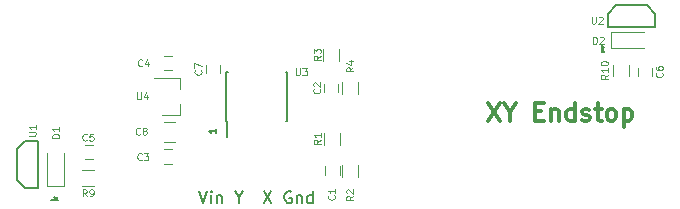
<source format=gbr>
G04 #@! TF.GenerationSoftware,KiCad,Pcbnew,(5.1.5)-3*
G04 #@! TF.CreationDate,2020-05-08T15:22:29-04:00*
G04 #@! TF.ProjectId,MZBOT_XY-Endstop,4d5a424f-545f-4585-992d-456e6473746f,A*
G04 #@! TF.SameCoordinates,Original*
G04 #@! TF.FileFunction,Legend,Top*
G04 #@! TF.FilePolarity,Positive*
%FSLAX46Y46*%
G04 Gerber Fmt 4.6, Leading zero omitted, Abs format (unit mm)*
G04 Created by KiCad (PCBNEW (5.1.5)-3) date 2020-05-08 15:22:29*
%MOMM*%
%LPD*%
G04 APERTURE LIST*
%ADD10C,0.150000*%
%ADD11C,0.300000*%
%ADD12C,0.120000*%
G04 APERTURE END LIST*
D10*
X137942857Y-109252380D02*
X138276190Y-110252380D01*
X138609523Y-109252380D01*
X138942857Y-110252380D02*
X138942857Y-109585714D01*
X138942857Y-109252380D02*
X138895238Y-109300000D01*
X138942857Y-109347619D01*
X138990476Y-109300000D01*
X138942857Y-109252380D01*
X138942857Y-109347619D01*
X139419047Y-109585714D02*
X139419047Y-110252380D01*
X139419047Y-109680952D02*
X139466666Y-109633333D01*
X139561904Y-109585714D01*
X139704761Y-109585714D01*
X139800000Y-109633333D01*
X139847619Y-109728571D01*
X139847619Y-110252380D01*
X141276190Y-109776190D02*
X141276190Y-110252380D01*
X140942857Y-109252380D02*
X141276190Y-109776190D01*
X141609523Y-109252380D01*
X143371428Y-109252380D02*
X144038095Y-110252380D01*
X144038095Y-109252380D02*
X143371428Y-110252380D01*
X145704761Y-109300000D02*
X145609523Y-109252380D01*
X145466666Y-109252380D01*
X145323809Y-109300000D01*
X145228571Y-109395238D01*
X145180952Y-109490476D01*
X145133333Y-109680952D01*
X145133333Y-109823809D01*
X145180952Y-110014285D01*
X145228571Y-110109523D01*
X145323809Y-110204761D01*
X145466666Y-110252380D01*
X145561904Y-110252380D01*
X145704761Y-110204761D01*
X145752380Y-110157142D01*
X145752380Y-109823809D01*
X145561904Y-109823809D01*
X146180952Y-109585714D02*
X146180952Y-110252380D01*
X146180952Y-109680952D02*
X146228571Y-109633333D01*
X146323809Y-109585714D01*
X146466666Y-109585714D01*
X146561904Y-109633333D01*
X146609523Y-109728571D01*
X146609523Y-110252380D01*
X147514285Y-110252380D02*
X147514285Y-109252380D01*
X147514285Y-110204761D02*
X147419047Y-110252380D01*
X147228571Y-110252380D01*
X147133333Y-110204761D01*
X147085714Y-110157142D01*
X147038095Y-110061904D01*
X147038095Y-109776190D01*
X147085714Y-109680952D01*
X147133333Y-109633333D01*
X147228571Y-109585714D01*
X147419047Y-109585714D01*
X147514285Y-109633333D01*
X139336428Y-103968571D02*
X139336428Y-104311428D01*
X139336428Y-104140000D02*
X138736428Y-104140000D01*
X138822142Y-104197142D01*
X138879285Y-104254285D01*
X138907857Y-104311428D01*
X171985000Y-97426428D02*
X171985000Y-96826428D01*
X172042142Y-97197857D02*
X172213571Y-97426428D01*
X172213571Y-97026428D02*
X171985000Y-97255000D01*
X126001428Y-109955000D02*
X125401428Y-109955000D01*
X125772857Y-109897857D02*
X126001428Y-109726428D01*
X125601428Y-109726428D02*
X125830000Y-109955000D01*
D11*
X162357142Y-101778571D02*
X163357142Y-103278571D01*
X163357142Y-101778571D02*
X162357142Y-103278571D01*
X164214285Y-102564285D02*
X164214285Y-103278571D01*
X163714285Y-101778571D02*
X164214285Y-102564285D01*
X164714285Y-101778571D01*
X166357142Y-102492857D02*
X166857142Y-102492857D01*
X167071428Y-103278571D02*
X166357142Y-103278571D01*
X166357142Y-101778571D01*
X167071428Y-101778571D01*
X167714285Y-102278571D02*
X167714285Y-103278571D01*
X167714285Y-102421428D02*
X167785714Y-102350000D01*
X167928571Y-102278571D01*
X168142857Y-102278571D01*
X168285714Y-102350000D01*
X168357142Y-102492857D01*
X168357142Y-103278571D01*
X169714285Y-103278571D02*
X169714285Y-101778571D01*
X169714285Y-103207142D02*
X169571428Y-103278571D01*
X169285714Y-103278571D01*
X169142857Y-103207142D01*
X169071428Y-103135714D01*
X169000000Y-102992857D01*
X169000000Y-102564285D01*
X169071428Y-102421428D01*
X169142857Y-102350000D01*
X169285714Y-102278571D01*
X169571428Y-102278571D01*
X169714285Y-102350000D01*
X170357142Y-103207142D02*
X170500000Y-103278571D01*
X170785714Y-103278571D01*
X170928571Y-103207142D01*
X171000000Y-103064285D01*
X171000000Y-102992857D01*
X170928571Y-102850000D01*
X170785714Y-102778571D01*
X170571428Y-102778571D01*
X170428571Y-102707142D01*
X170357142Y-102564285D01*
X170357142Y-102492857D01*
X170428571Y-102350000D01*
X170571428Y-102278571D01*
X170785714Y-102278571D01*
X170928571Y-102350000D01*
X171428571Y-102278571D02*
X172000000Y-102278571D01*
X171642857Y-101778571D02*
X171642857Y-103064285D01*
X171714285Y-103207142D01*
X171857142Y-103278571D01*
X172000000Y-103278571D01*
X172714285Y-103278571D02*
X172571428Y-103207142D01*
X172500000Y-103135714D01*
X172428571Y-102992857D01*
X172428571Y-102564285D01*
X172500000Y-102421428D01*
X172571428Y-102350000D01*
X172714285Y-102278571D01*
X172928571Y-102278571D01*
X173071428Y-102350000D01*
X173142857Y-102421428D01*
X173214285Y-102564285D01*
X173214285Y-102992857D01*
X173142857Y-103135714D01*
X173071428Y-103207142D01*
X172928571Y-103278571D01*
X172714285Y-103278571D01*
X173857142Y-102278571D02*
X173857142Y-103778571D01*
X173857142Y-102350000D02*
X174000000Y-102278571D01*
X174285714Y-102278571D01*
X174428571Y-102350000D01*
X174500000Y-102421428D01*
X174571428Y-102564285D01*
X174571428Y-102992857D01*
X174500000Y-103135714D01*
X174428571Y-103207142D01*
X174285714Y-103278571D01*
X174000000Y-103278571D01*
X173857142Y-103207142D01*
D10*
X122500000Y-105680000D02*
X122500000Y-108280000D01*
X124300000Y-108980000D02*
X123200000Y-108980000D01*
X122500000Y-108280000D02*
X123200000Y-108980000D01*
X124300000Y-104980000D02*
X123200000Y-104980000D01*
X123200000Y-104980000D02*
X122500000Y-105680000D01*
X124300000Y-106980000D02*
X124300000Y-108980000D01*
X124300000Y-106980000D02*
X124300000Y-104980000D01*
D12*
X128922200Y-106505800D02*
X128222200Y-106505800D01*
X128222200Y-105305800D02*
X128922200Y-105305800D01*
X129008000Y-108770200D02*
X128008000Y-108770200D01*
X128008000Y-107410200D02*
X129008000Y-107410200D01*
X148600000Y-107850000D02*
X148600000Y-107150000D01*
X149800000Y-107150000D02*
X149800000Y-107850000D01*
X148500000Y-100850000D02*
X148500000Y-100150000D01*
X149700000Y-100150000D02*
X149700000Y-100850000D01*
X134950000Y-105700000D02*
X135650000Y-105700000D01*
X135650000Y-106900000D02*
X134950000Y-106900000D01*
X134950000Y-97800000D02*
X135650000Y-97800000D01*
X135650000Y-99000000D02*
X134950000Y-99000000D01*
X149880000Y-104300000D02*
X149880000Y-105300000D01*
X148520000Y-105300000D02*
X148520000Y-104300000D01*
X150020000Y-108000000D02*
X150020000Y-107000000D01*
X151380000Y-107000000D02*
X151380000Y-108000000D01*
X149780000Y-97200000D02*
X149780000Y-98200000D01*
X148420000Y-98200000D02*
X148420000Y-97200000D01*
X150020000Y-101000000D02*
X150020000Y-100000000D01*
X151380000Y-100000000D02*
X151380000Y-101000000D01*
X172938400Y-99522400D02*
X172938400Y-98522400D01*
X174298400Y-98522400D02*
X174298400Y-99522400D01*
D10*
X175800000Y-93500000D02*
X173200000Y-93500000D01*
X172500000Y-95300000D02*
X172500000Y-94200000D01*
X173200000Y-93500000D02*
X172500000Y-94200000D01*
X176500000Y-95300000D02*
X176500000Y-94200000D01*
X176500000Y-94200000D02*
X175800000Y-93500000D01*
X174500000Y-95300000D02*
X172500000Y-95300000D01*
X174500000Y-95300000D02*
X176500000Y-95300000D01*
X140225000Y-103275000D02*
X140275000Y-103275000D01*
X140225000Y-99125000D02*
X140370000Y-99125000D01*
X145375000Y-99125000D02*
X145230000Y-99125000D01*
X145375000Y-103275000D02*
X145230000Y-103275000D01*
X140225000Y-103275000D02*
X140225000Y-99125000D01*
X145375000Y-103275000D02*
X145375000Y-99125000D01*
X140275000Y-103275000D02*
X140275000Y-104675000D01*
D12*
X136260000Y-102780000D02*
X136260000Y-101850000D01*
X136260000Y-99620000D02*
X136260000Y-100550000D01*
X136260000Y-99620000D02*
X134100000Y-99620000D01*
X136260000Y-102780000D02*
X134800000Y-102780000D01*
X175050400Y-99474000D02*
X175050400Y-98774000D01*
X176250400Y-98774000D02*
X176250400Y-99474000D01*
X138500000Y-99250000D02*
X138500000Y-98550000D01*
X139700000Y-98550000D02*
X139700000Y-99250000D01*
X134900000Y-105050000D02*
X135900000Y-105050000D01*
X135900000Y-103350000D02*
X134900000Y-103350000D01*
X125050000Y-108800000D02*
X126450000Y-108800000D01*
X126450000Y-108800000D02*
X126450000Y-106000000D01*
X125050000Y-108800000D02*
X125050000Y-106000000D01*
X172758200Y-95731600D02*
X172758200Y-97131600D01*
X172758200Y-97131600D02*
X175558200Y-97131600D01*
X172758200Y-95731600D02*
X175558200Y-95731600D01*
X123471428Y-104557142D02*
X123957142Y-104557142D01*
X124014285Y-104528571D01*
X124042857Y-104500000D01*
X124071428Y-104442857D01*
X124071428Y-104328571D01*
X124042857Y-104271428D01*
X124014285Y-104242857D01*
X123957142Y-104214285D01*
X123471428Y-104214285D01*
X124071428Y-103614285D02*
X124071428Y-103957142D01*
X124071428Y-103785714D02*
X123471428Y-103785714D01*
X123557142Y-103842857D01*
X123614285Y-103900000D01*
X123642857Y-103957142D01*
X128400000Y-104914285D02*
X128371428Y-104942857D01*
X128285714Y-104971428D01*
X128228571Y-104971428D01*
X128142857Y-104942857D01*
X128085714Y-104885714D01*
X128057142Y-104828571D01*
X128028571Y-104714285D01*
X128028571Y-104628571D01*
X128057142Y-104514285D01*
X128085714Y-104457142D01*
X128142857Y-104400000D01*
X128228571Y-104371428D01*
X128285714Y-104371428D01*
X128371428Y-104400000D01*
X128400000Y-104428571D01*
X128942857Y-104371428D02*
X128657142Y-104371428D01*
X128628571Y-104657142D01*
X128657142Y-104628571D01*
X128714285Y-104600000D01*
X128857142Y-104600000D01*
X128914285Y-104628571D01*
X128942857Y-104657142D01*
X128971428Y-104714285D01*
X128971428Y-104857142D01*
X128942857Y-104914285D01*
X128914285Y-104942857D01*
X128857142Y-104971428D01*
X128714285Y-104971428D01*
X128657142Y-104942857D01*
X128628571Y-104914285D01*
X128400000Y-109671428D02*
X128200000Y-109385714D01*
X128057142Y-109671428D02*
X128057142Y-109071428D01*
X128285714Y-109071428D01*
X128342857Y-109100000D01*
X128371428Y-109128571D01*
X128400000Y-109185714D01*
X128400000Y-109271428D01*
X128371428Y-109328571D01*
X128342857Y-109357142D01*
X128285714Y-109385714D01*
X128057142Y-109385714D01*
X128685714Y-109671428D02*
X128800000Y-109671428D01*
X128857142Y-109642857D01*
X128885714Y-109614285D01*
X128942857Y-109528571D01*
X128971428Y-109414285D01*
X128971428Y-109185714D01*
X128942857Y-109128571D01*
X128914285Y-109100000D01*
X128857142Y-109071428D01*
X128742857Y-109071428D01*
X128685714Y-109100000D01*
X128657142Y-109128571D01*
X128628571Y-109185714D01*
X128628571Y-109328571D01*
X128657142Y-109385714D01*
X128685714Y-109414285D01*
X128742857Y-109442857D01*
X128857142Y-109442857D01*
X128914285Y-109414285D01*
X128942857Y-109385714D01*
X128971428Y-109328571D01*
X149364285Y-109600000D02*
X149392857Y-109628571D01*
X149421428Y-109714285D01*
X149421428Y-109771428D01*
X149392857Y-109857142D01*
X149335714Y-109914285D01*
X149278571Y-109942857D01*
X149164285Y-109971428D01*
X149078571Y-109971428D01*
X148964285Y-109942857D01*
X148907142Y-109914285D01*
X148850000Y-109857142D01*
X148821428Y-109771428D01*
X148821428Y-109714285D01*
X148850000Y-109628571D01*
X148878571Y-109600000D01*
X149421428Y-109028571D02*
X149421428Y-109371428D01*
X149421428Y-109200000D02*
X148821428Y-109200000D01*
X148907142Y-109257142D01*
X148964285Y-109314285D01*
X148992857Y-109371428D01*
X148114285Y-100600000D02*
X148142857Y-100628571D01*
X148171428Y-100714285D01*
X148171428Y-100771428D01*
X148142857Y-100857142D01*
X148085714Y-100914285D01*
X148028571Y-100942857D01*
X147914285Y-100971428D01*
X147828571Y-100971428D01*
X147714285Y-100942857D01*
X147657142Y-100914285D01*
X147600000Y-100857142D01*
X147571428Y-100771428D01*
X147571428Y-100714285D01*
X147600000Y-100628571D01*
X147628571Y-100600000D01*
X147628571Y-100371428D02*
X147600000Y-100342857D01*
X147571428Y-100285714D01*
X147571428Y-100142857D01*
X147600000Y-100085714D01*
X147628571Y-100057142D01*
X147685714Y-100028571D01*
X147742857Y-100028571D01*
X147828571Y-100057142D01*
X148171428Y-100400000D01*
X148171428Y-100028571D01*
X133050000Y-106564285D02*
X133021428Y-106592857D01*
X132935714Y-106621428D01*
X132878571Y-106621428D01*
X132792857Y-106592857D01*
X132735714Y-106535714D01*
X132707142Y-106478571D01*
X132678571Y-106364285D01*
X132678571Y-106278571D01*
X132707142Y-106164285D01*
X132735714Y-106107142D01*
X132792857Y-106050000D01*
X132878571Y-106021428D01*
X132935714Y-106021428D01*
X133021428Y-106050000D01*
X133050000Y-106078571D01*
X133250000Y-106021428D02*
X133621428Y-106021428D01*
X133421428Y-106250000D01*
X133507142Y-106250000D01*
X133564285Y-106278571D01*
X133592857Y-106307142D01*
X133621428Y-106364285D01*
X133621428Y-106507142D01*
X133592857Y-106564285D01*
X133564285Y-106592857D01*
X133507142Y-106621428D01*
X133335714Y-106621428D01*
X133278571Y-106592857D01*
X133250000Y-106564285D01*
X133100000Y-98614285D02*
X133071428Y-98642857D01*
X132985714Y-98671428D01*
X132928571Y-98671428D01*
X132842857Y-98642857D01*
X132785714Y-98585714D01*
X132757142Y-98528571D01*
X132728571Y-98414285D01*
X132728571Y-98328571D01*
X132757142Y-98214285D01*
X132785714Y-98157142D01*
X132842857Y-98100000D01*
X132928571Y-98071428D01*
X132985714Y-98071428D01*
X133071428Y-98100000D01*
X133100000Y-98128571D01*
X133614285Y-98271428D02*
X133614285Y-98671428D01*
X133471428Y-98042857D02*
X133328571Y-98471428D01*
X133700000Y-98471428D01*
X148221428Y-104900000D02*
X147935714Y-105100000D01*
X148221428Y-105242857D02*
X147621428Y-105242857D01*
X147621428Y-105014285D01*
X147650000Y-104957142D01*
X147678571Y-104928571D01*
X147735714Y-104900000D01*
X147821428Y-104900000D01*
X147878571Y-104928571D01*
X147907142Y-104957142D01*
X147935714Y-105014285D01*
X147935714Y-105242857D01*
X148221428Y-104328571D02*
X148221428Y-104671428D01*
X148221428Y-104500000D02*
X147621428Y-104500000D01*
X147707142Y-104557142D01*
X147764285Y-104614285D01*
X147792857Y-104671428D01*
X150971428Y-109650000D02*
X150685714Y-109850000D01*
X150971428Y-109992857D02*
X150371428Y-109992857D01*
X150371428Y-109764285D01*
X150400000Y-109707142D01*
X150428571Y-109678571D01*
X150485714Y-109650000D01*
X150571428Y-109650000D01*
X150628571Y-109678571D01*
X150657142Y-109707142D01*
X150685714Y-109764285D01*
X150685714Y-109992857D01*
X150428571Y-109421428D02*
X150400000Y-109392857D01*
X150371428Y-109335714D01*
X150371428Y-109192857D01*
X150400000Y-109135714D01*
X150428571Y-109107142D01*
X150485714Y-109078571D01*
X150542857Y-109078571D01*
X150628571Y-109107142D01*
X150971428Y-109450000D01*
X150971428Y-109078571D01*
X148201428Y-97770000D02*
X147915714Y-97970000D01*
X148201428Y-98112857D02*
X147601428Y-98112857D01*
X147601428Y-97884285D01*
X147630000Y-97827142D01*
X147658571Y-97798571D01*
X147715714Y-97770000D01*
X147801428Y-97770000D01*
X147858571Y-97798571D01*
X147887142Y-97827142D01*
X147915714Y-97884285D01*
X147915714Y-98112857D01*
X147601428Y-97570000D02*
X147601428Y-97198571D01*
X147830000Y-97398571D01*
X147830000Y-97312857D01*
X147858571Y-97255714D01*
X147887142Y-97227142D01*
X147944285Y-97198571D01*
X148087142Y-97198571D01*
X148144285Y-97227142D01*
X148172857Y-97255714D01*
X148201428Y-97312857D01*
X148201428Y-97484285D01*
X148172857Y-97541428D01*
X148144285Y-97570000D01*
X150971428Y-98750000D02*
X150685714Y-98950000D01*
X150971428Y-99092857D02*
X150371428Y-99092857D01*
X150371428Y-98864285D01*
X150400000Y-98807142D01*
X150428571Y-98778571D01*
X150485714Y-98750000D01*
X150571428Y-98750000D01*
X150628571Y-98778571D01*
X150657142Y-98807142D01*
X150685714Y-98864285D01*
X150685714Y-99092857D01*
X150571428Y-98235714D02*
X150971428Y-98235714D01*
X150342857Y-98378571D02*
X150771428Y-98521428D01*
X150771428Y-98150000D01*
X172521428Y-99385714D02*
X172235714Y-99585714D01*
X172521428Y-99728571D02*
X171921428Y-99728571D01*
X171921428Y-99500000D01*
X171950000Y-99442857D01*
X171978571Y-99414285D01*
X172035714Y-99385714D01*
X172121428Y-99385714D01*
X172178571Y-99414285D01*
X172207142Y-99442857D01*
X172235714Y-99500000D01*
X172235714Y-99728571D01*
X172521428Y-98814285D02*
X172521428Y-99157142D01*
X172521428Y-98985714D02*
X171921428Y-98985714D01*
X172007142Y-99042857D01*
X172064285Y-99100000D01*
X172092857Y-99157142D01*
X171921428Y-98442857D02*
X171921428Y-98385714D01*
X171950000Y-98328571D01*
X171978571Y-98300000D01*
X172035714Y-98271428D01*
X172150000Y-98242857D01*
X172292857Y-98242857D01*
X172407142Y-98271428D01*
X172464285Y-98300000D01*
X172492857Y-98328571D01*
X172521428Y-98385714D01*
X172521428Y-98442857D01*
X172492857Y-98500000D01*
X172464285Y-98528571D01*
X172407142Y-98557142D01*
X172292857Y-98585714D01*
X172150000Y-98585714D01*
X172035714Y-98557142D01*
X171978571Y-98528571D01*
X171950000Y-98500000D01*
X171921428Y-98442857D01*
X171142857Y-94471428D02*
X171142857Y-94957142D01*
X171171428Y-95014285D01*
X171200000Y-95042857D01*
X171257142Y-95071428D01*
X171371428Y-95071428D01*
X171428571Y-95042857D01*
X171457142Y-95014285D01*
X171485714Y-94957142D01*
X171485714Y-94471428D01*
X171742857Y-94528571D02*
X171771428Y-94500000D01*
X171828571Y-94471428D01*
X171971428Y-94471428D01*
X172028571Y-94500000D01*
X172057142Y-94528571D01*
X172085714Y-94585714D01*
X172085714Y-94642857D01*
X172057142Y-94728571D01*
X171714285Y-95071428D01*
X172085714Y-95071428D01*
X146092857Y-98821428D02*
X146092857Y-99307142D01*
X146121428Y-99364285D01*
X146150000Y-99392857D01*
X146207142Y-99421428D01*
X146321428Y-99421428D01*
X146378571Y-99392857D01*
X146407142Y-99364285D01*
X146435714Y-99307142D01*
X146435714Y-98821428D01*
X146664285Y-98821428D02*
X147035714Y-98821428D01*
X146835714Y-99050000D01*
X146921428Y-99050000D01*
X146978571Y-99078571D01*
X147007142Y-99107142D01*
X147035714Y-99164285D01*
X147035714Y-99307142D01*
X147007142Y-99364285D01*
X146978571Y-99392857D01*
X146921428Y-99421428D01*
X146750000Y-99421428D01*
X146692857Y-99392857D01*
X146664285Y-99364285D01*
X132642857Y-100871428D02*
X132642857Y-101357142D01*
X132671428Y-101414285D01*
X132700000Y-101442857D01*
X132757142Y-101471428D01*
X132871428Y-101471428D01*
X132928571Y-101442857D01*
X132957142Y-101414285D01*
X132985714Y-101357142D01*
X132985714Y-100871428D01*
X133528571Y-101071428D02*
X133528571Y-101471428D01*
X133385714Y-100842857D02*
X133242857Y-101271428D01*
X133614285Y-101271428D01*
X177114285Y-99200000D02*
X177142857Y-99228571D01*
X177171428Y-99314285D01*
X177171428Y-99371428D01*
X177142857Y-99457142D01*
X177085714Y-99514285D01*
X177028571Y-99542857D01*
X176914285Y-99571428D01*
X176828571Y-99571428D01*
X176714285Y-99542857D01*
X176657142Y-99514285D01*
X176600000Y-99457142D01*
X176571428Y-99371428D01*
X176571428Y-99314285D01*
X176600000Y-99228571D01*
X176628571Y-99200000D01*
X176571428Y-98685714D02*
X176571428Y-98800000D01*
X176600000Y-98857142D01*
X176628571Y-98885714D01*
X176714285Y-98942857D01*
X176828571Y-98971428D01*
X177057142Y-98971428D01*
X177114285Y-98942857D01*
X177142857Y-98914285D01*
X177171428Y-98857142D01*
X177171428Y-98742857D01*
X177142857Y-98685714D01*
X177114285Y-98657142D01*
X177057142Y-98628571D01*
X176914285Y-98628571D01*
X176857142Y-98657142D01*
X176828571Y-98685714D01*
X176800000Y-98742857D01*
X176800000Y-98857142D01*
X176828571Y-98914285D01*
X176857142Y-98942857D01*
X176914285Y-98971428D01*
X138064285Y-99000000D02*
X138092857Y-99028571D01*
X138121428Y-99114285D01*
X138121428Y-99171428D01*
X138092857Y-99257142D01*
X138035714Y-99314285D01*
X137978571Y-99342857D01*
X137864285Y-99371428D01*
X137778571Y-99371428D01*
X137664285Y-99342857D01*
X137607142Y-99314285D01*
X137550000Y-99257142D01*
X137521428Y-99171428D01*
X137521428Y-99114285D01*
X137550000Y-99028571D01*
X137578571Y-99000000D01*
X137521428Y-98800000D02*
X137521428Y-98400000D01*
X138121428Y-98657142D01*
X132900000Y-104414285D02*
X132871428Y-104442857D01*
X132785714Y-104471428D01*
X132728571Y-104471428D01*
X132642857Y-104442857D01*
X132585714Y-104385714D01*
X132557142Y-104328571D01*
X132528571Y-104214285D01*
X132528571Y-104128571D01*
X132557142Y-104014285D01*
X132585714Y-103957142D01*
X132642857Y-103900000D01*
X132728571Y-103871428D01*
X132785714Y-103871428D01*
X132871428Y-103900000D01*
X132900000Y-103928571D01*
X133242857Y-104128571D02*
X133185714Y-104100000D01*
X133157142Y-104071428D01*
X133128571Y-104014285D01*
X133128571Y-103985714D01*
X133157142Y-103928571D01*
X133185714Y-103900000D01*
X133242857Y-103871428D01*
X133357142Y-103871428D01*
X133414285Y-103900000D01*
X133442857Y-103928571D01*
X133471428Y-103985714D01*
X133471428Y-104014285D01*
X133442857Y-104071428D01*
X133414285Y-104100000D01*
X133357142Y-104128571D01*
X133242857Y-104128571D01*
X133185714Y-104157142D01*
X133157142Y-104185714D01*
X133128571Y-104242857D01*
X133128571Y-104357142D01*
X133157142Y-104414285D01*
X133185714Y-104442857D01*
X133242857Y-104471428D01*
X133357142Y-104471428D01*
X133414285Y-104442857D01*
X133442857Y-104414285D01*
X133471428Y-104357142D01*
X133471428Y-104242857D01*
X133442857Y-104185714D01*
X133414285Y-104157142D01*
X133357142Y-104128571D01*
X126071428Y-104742857D02*
X125471428Y-104742857D01*
X125471428Y-104600000D01*
X125500000Y-104514285D01*
X125557142Y-104457142D01*
X125614285Y-104428571D01*
X125728571Y-104400000D01*
X125814285Y-104400000D01*
X125928571Y-104428571D01*
X125985714Y-104457142D01*
X126042857Y-104514285D01*
X126071428Y-104600000D01*
X126071428Y-104742857D01*
X126071428Y-103828571D02*
X126071428Y-104171428D01*
X126071428Y-104000000D02*
X125471428Y-104000000D01*
X125557142Y-104057142D01*
X125614285Y-104114285D01*
X125642857Y-104171428D01*
X171257142Y-96771428D02*
X171257142Y-96171428D01*
X171400000Y-96171428D01*
X171485714Y-96200000D01*
X171542857Y-96257142D01*
X171571428Y-96314285D01*
X171600000Y-96428571D01*
X171600000Y-96514285D01*
X171571428Y-96628571D01*
X171542857Y-96685714D01*
X171485714Y-96742857D01*
X171400000Y-96771428D01*
X171257142Y-96771428D01*
X171828571Y-96228571D02*
X171857142Y-96200000D01*
X171914285Y-96171428D01*
X172057142Y-96171428D01*
X172114285Y-96200000D01*
X172142857Y-96228571D01*
X172171428Y-96285714D01*
X172171428Y-96342857D01*
X172142857Y-96428571D01*
X171800000Y-96771428D01*
X172171428Y-96771428D01*
M02*

</source>
